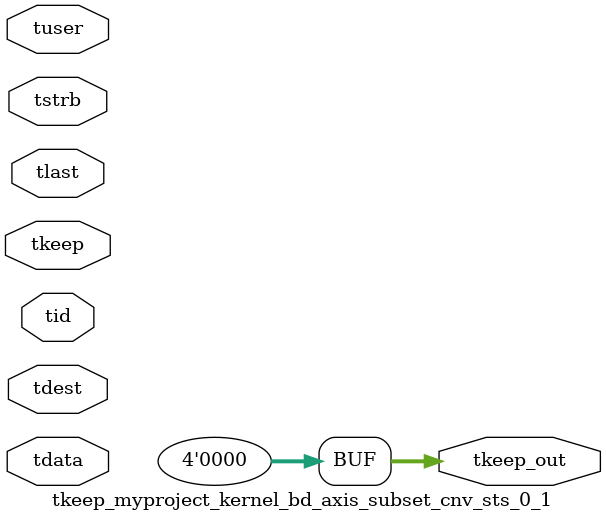
<source format=v>


`timescale 1ps/1ps

module tkeep_myproject_kernel_bd_axis_subset_cnv_sts_0_1 #
(
parameter C_S_AXIS_TDATA_WIDTH = 32,
parameter C_S_AXIS_TUSER_WIDTH = 0,
parameter C_S_AXIS_TID_WIDTH   = 0,
parameter C_S_AXIS_TDEST_WIDTH = 0,
parameter C_M_AXIS_TDATA_WIDTH = 32
)
(
input  [(C_S_AXIS_TDATA_WIDTH == 0 ? 1 : C_S_AXIS_TDATA_WIDTH)-1:0     ] tdata,
input  [(C_S_AXIS_TUSER_WIDTH == 0 ? 1 : C_S_AXIS_TUSER_WIDTH)-1:0     ] tuser,
input  [(C_S_AXIS_TID_WIDTH   == 0 ? 1 : C_S_AXIS_TID_WIDTH)-1:0       ] tid,
input  [(C_S_AXIS_TDEST_WIDTH == 0 ? 1 : C_S_AXIS_TDEST_WIDTH)-1:0     ] tdest,
input  [(C_S_AXIS_TDATA_WIDTH/8)-1:0 ] tkeep,
input  [(C_S_AXIS_TDATA_WIDTH/8)-1:0 ] tstrb,
input                                                                    tlast,
output [(C_M_AXIS_TDATA_WIDTH/8)-1:0 ] tkeep_out
);

assign tkeep_out = {1'b0};

endmodule


</source>
